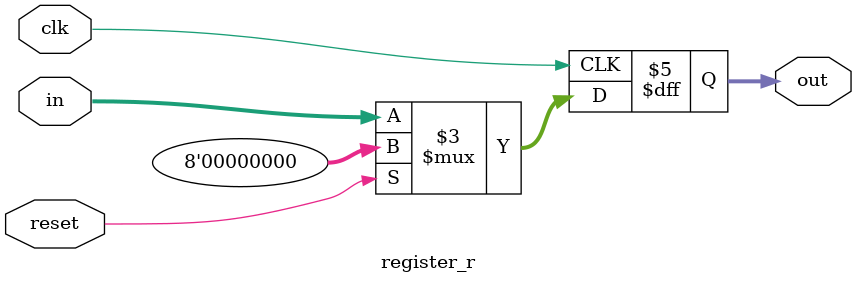
<source format=v>
module register_r #(parameter W=8) (clk,reset,in,out);

	input clk, reset;
	input [(W-1):0] in;
	output reg [(W-1):0] out;

	always @(posedge clk)
	begin
		if (reset) begin
			out <= 0;
		end 
		else begin
			out <= in;
		end
	end

endmodule

</source>
